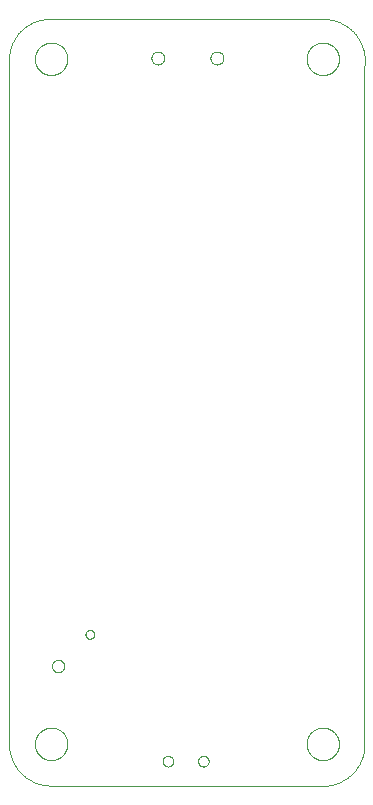
<source format=gko>
G75*
%MOIN*%
%OFA0B0*%
%FSLAX25Y25*%
%IPPOS*%
%LPD*%
%AMOC8*
5,1,8,0,0,1.08239X$1,22.5*
%
%ADD10C,0.00000*%
D10*
X0005979Y0022117D02*
X0005979Y0249617D01*
X0005983Y0249943D01*
X0005995Y0250269D01*
X0006014Y0250595D01*
X0006042Y0250920D01*
X0006077Y0251244D01*
X0006121Y0251568D01*
X0006172Y0251890D01*
X0006231Y0252211D01*
X0006297Y0252530D01*
X0006371Y0252848D01*
X0006453Y0253164D01*
X0006543Y0253477D01*
X0006640Y0253789D01*
X0006744Y0254098D01*
X0006856Y0254404D01*
X0006976Y0254708D01*
X0007102Y0255008D01*
X0007236Y0255306D01*
X0007377Y0255600D01*
X0007525Y0255891D01*
X0007680Y0256178D01*
X0007842Y0256461D01*
X0008011Y0256740D01*
X0008187Y0257015D01*
X0008369Y0257286D01*
X0008557Y0257552D01*
X0008752Y0257814D01*
X0008953Y0258071D01*
X0009161Y0258322D01*
X0009374Y0258569D01*
X0009593Y0258811D01*
X0009818Y0259047D01*
X0010049Y0259278D01*
X0010285Y0259503D01*
X0010527Y0259722D01*
X0010774Y0259935D01*
X0011025Y0260143D01*
X0011282Y0260344D01*
X0011544Y0260539D01*
X0011810Y0260727D01*
X0012081Y0260909D01*
X0012356Y0261085D01*
X0012635Y0261254D01*
X0012918Y0261416D01*
X0013205Y0261571D01*
X0013496Y0261719D01*
X0013790Y0261860D01*
X0014088Y0261994D01*
X0014388Y0262120D01*
X0014692Y0262240D01*
X0014998Y0262352D01*
X0015307Y0262456D01*
X0015619Y0262553D01*
X0015932Y0262643D01*
X0016248Y0262725D01*
X0016566Y0262799D01*
X0016885Y0262865D01*
X0017206Y0262924D01*
X0017528Y0262975D01*
X0017852Y0263019D01*
X0018176Y0263054D01*
X0018501Y0263082D01*
X0018827Y0263101D01*
X0019153Y0263113D01*
X0019479Y0263117D01*
X0110979Y0263117D01*
X0105186Y0249837D02*
X0105188Y0249984D01*
X0105194Y0250130D01*
X0105204Y0250276D01*
X0105218Y0250422D01*
X0105236Y0250568D01*
X0105257Y0250713D01*
X0105283Y0250857D01*
X0105313Y0251001D01*
X0105346Y0251143D01*
X0105383Y0251285D01*
X0105424Y0251426D01*
X0105469Y0251565D01*
X0105518Y0251704D01*
X0105570Y0251841D01*
X0105627Y0251976D01*
X0105686Y0252110D01*
X0105750Y0252242D01*
X0105817Y0252372D01*
X0105887Y0252501D01*
X0105961Y0252628D01*
X0106038Y0252752D01*
X0106119Y0252875D01*
X0106203Y0252995D01*
X0106290Y0253113D01*
X0106380Y0253228D01*
X0106473Y0253341D01*
X0106570Y0253452D01*
X0106669Y0253560D01*
X0106771Y0253665D01*
X0106876Y0253767D01*
X0106984Y0253866D01*
X0107095Y0253963D01*
X0107208Y0254056D01*
X0107323Y0254146D01*
X0107441Y0254233D01*
X0107561Y0254317D01*
X0107684Y0254398D01*
X0107808Y0254475D01*
X0107935Y0254549D01*
X0108064Y0254619D01*
X0108194Y0254686D01*
X0108326Y0254750D01*
X0108460Y0254809D01*
X0108595Y0254866D01*
X0108732Y0254918D01*
X0108871Y0254967D01*
X0109010Y0255012D01*
X0109151Y0255053D01*
X0109293Y0255090D01*
X0109435Y0255123D01*
X0109579Y0255153D01*
X0109723Y0255179D01*
X0109868Y0255200D01*
X0110014Y0255218D01*
X0110160Y0255232D01*
X0110306Y0255242D01*
X0110452Y0255248D01*
X0110599Y0255250D01*
X0110746Y0255248D01*
X0110892Y0255242D01*
X0111038Y0255232D01*
X0111184Y0255218D01*
X0111330Y0255200D01*
X0111475Y0255179D01*
X0111619Y0255153D01*
X0111763Y0255123D01*
X0111905Y0255090D01*
X0112047Y0255053D01*
X0112188Y0255012D01*
X0112327Y0254967D01*
X0112466Y0254918D01*
X0112603Y0254866D01*
X0112738Y0254809D01*
X0112872Y0254750D01*
X0113004Y0254686D01*
X0113134Y0254619D01*
X0113263Y0254549D01*
X0113390Y0254475D01*
X0113514Y0254398D01*
X0113637Y0254317D01*
X0113757Y0254233D01*
X0113875Y0254146D01*
X0113990Y0254056D01*
X0114103Y0253963D01*
X0114214Y0253866D01*
X0114322Y0253767D01*
X0114427Y0253665D01*
X0114529Y0253560D01*
X0114628Y0253452D01*
X0114725Y0253341D01*
X0114818Y0253228D01*
X0114908Y0253113D01*
X0114995Y0252995D01*
X0115079Y0252875D01*
X0115160Y0252752D01*
X0115237Y0252628D01*
X0115311Y0252501D01*
X0115381Y0252372D01*
X0115448Y0252242D01*
X0115512Y0252110D01*
X0115571Y0251976D01*
X0115628Y0251841D01*
X0115680Y0251704D01*
X0115729Y0251565D01*
X0115774Y0251426D01*
X0115815Y0251285D01*
X0115852Y0251143D01*
X0115885Y0251001D01*
X0115915Y0250857D01*
X0115941Y0250713D01*
X0115962Y0250568D01*
X0115980Y0250422D01*
X0115994Y0250276D01*
X0116004Y0250130D01*
X0116010Y0249984D01*
X0116012Y0249837D01*
X0116010Y0249690D01*
X0116004Y0249544D01*
X0115994Y0249398D01*
X0115980Y0249252D01*
X0115962Y0249106D01*
X0115941Y0248961D01*
X0115915Y0248817D01*
X0115885Y0248673D01*
X0115852Y0248531D01*
X0115815Y0248389D01*
X0115774Y0248248D01*
X0115729Y0248109D01*
X0115680Y0247970D01*
X0115628Y0247833D01*
X0115571Y0247698D01*
X0115512Y0247564D01*
X0115448Y0247432D01*
X0115381Y0247302D01*
X0115311Y0247173D01*
X0115237Y0247046D01*
X0115160Y0246922D01*
X0115079Y0246799D01*
X0114995Y0246679D01*
X0114908Y0246561D01*
X0114818Y0246446D01*
X0114725Y0246333D01*
X0114628Y0246222D01*
X0114529Y0246114D01*
X0114427Y0246009D01*
X0114322Y0245907D01*
X0114214Y0245808D01*
X0114103Y0245711D01*
X0113990Y0245618D01*
X0113875Y0245528D01*
X0113757Y0245441D01*
X0113637Y0245357D01*
X0113514Y0245276D01*
X0113390Y0245199D01*
X0113263Y0245125D01*
X0113134Y0245055D01*
X0113004Y0244988D01*
X0112872Y0244924D01*
X0112738Y0244865D01*
X0112603Y0244808D01*
X0112466Y0244756D01*
X0112327Y0244707D01*
X0112188Y0244662D01*
X0112047Y0244621D01*
X0111905Y0244584D01*
X0111763Y0244551D01*
X0111619Y0244521D01*
X0111475Y0244495D01*
X0111330Y0244474D01*
X0111184Y0244456D01*
X0111038Y0244442D01*
X0110892Y0244432D01*
X0110746Y0244426D01*
X0110599Y0244424D01*
X0110452Y0244426D01*
X0110306Y0244432D01*
X0110160Y0244442D01*
X0110014Y0244456D01*
X0109868Y0244474D01*
X0109723Y0244495D01*
X0109579Y0244521D01*
X0109435Y0244551D01*
X0109293Y0244584D01*
X0109151Y0244621D01*
X0109010Y0244662D01*
X0108871Y0244707D01*
X0108732Y0244756D01*
X0108595Y0244808D01*
X0108460Y0244865D01*
X0108326Y0244924D01*
X0108194Y0244988D01*
X0108064Y0245055D01*
X0107935Y0245125D01*
X0107808Y0245199D01*
X0107684Y0245276D01*
X0107561Y0245357D01*
X0107441Y0245441D01*
X0107323Y0245528D01*
X0107208Y0245618D01*
X0107095Y0245711D01*
X0106984Y0245808D01*
X0106876Y0245907D01*
X0106771Y0246009D01*
X0106669Y0246114D01*
X0106570Y0246222D01*
X0106473Y0246333D01*
X0106380Y0246446D01*
X0106290Y0246561D01*
X0106203Y0246679D01*
X0106119Y0246799D01*
X0106038Y0246922D01*
X0105961Y0247046D01*
X0105887Y0247173D01*
X0105817Y0247302D01*
X0105750Y0247432D01*
X0105686Y0247564D01*
X0105627Y0247698D01*
X0105570Y0247833D01*
X0105518Y0247970D01*
X0105469Y0248109D01*
X0105424Y0248248D01*
X0105383Y0248389D01*
X0105346Y0248531D01*
X0105313Y0248673D01*
X0105283Y0248817D01*
X0105257Y0248961D01*
X0105236Y0249106D01*
X0105218Y0249252D01*
X0105204Y0249398D01*
X0105194Y0249544D01*
X0105188Y0249690D01*
X0105186Y0249837D01*
X0110978Y0263117D02*
X0111314Y0263108D01*
X0111650Y0263090D01*
X0111985Y0263065D01*
X0112319Y0263031D01*
X0112653Y0262990D01*
X0112985Y0262940D01*
X0113316Y0262882D01*
X0113645Y0262817D01*
X0113973Y0262743D01*
X0114299Y0262661D01*
X0114623Y0262571D01*
X0114944Y0262474D01*
X0115263Y0262368D01*
X0115580Y0262255D01*
X0115893Y0262135D01*
X0116204Y0262006D01*
X0116511Y0261870D01*
X0116815Y0261727D01*
X0117116Y0261577D01*
X0117412Y0261419D01*
X0117705Y0261254D01*
X0117993Y0261081D01*
X0118278Y0260902D01*
X0118557Y0260716D01*
X0118833Y0260524D01*
X0119103Y0260324D01*
X0119369Y0260118D01*
X0119629Y0259906D01*
X0119884Y0259687D01*
X0120134Y0259463D01*
X0120378Y0259232D01*
X0120617Y0258995D01*
X0120850Y0258753D01*
X0121076Y0258505D01*
X0121297Y0258252D01*
X0121512Y0257993D01*
X0121720Y0257729D01*
X0121921Y0257461D01*
X0122116Y0257187D01*
X0122305Y0256909D01*
X0122486Y0256626D01*
X0122661Y0256339D01*
X0122828Y0256047D01*
X0122988Y0255752D01*
X0123142Y0255453D01*
X0123287Y0255150D01*
X0123426Y0254844D01*
X0123557Y0254535D01*
X0123680Y0254222D01*
X0123796Y0253907D01*
X0123904Y0253589D01*
X0124004Y0253268D01*
X0124096Y0252945D01*
X0124181Y0252620D01*
X0124257Y0252292D01*
X0124326Y0251963D01*
X0124386Y0251633D01*
X0124439Y0251301D01*
X0124483Y0250968D01*
X0124519Y0250634D01*
X0124548Y0250299D01*
X0124568Y0249964D01*
X0124579Y0249628D01*
X0124583Y0249292D01*
X0124578Y0248956D01*
X0124566Y0248620D01*
X0124545Y0248285D01*
X0124516Y0247950D01*
X0124479Y0247616D01*
X0124479Y0247617D02*
X0124479Y0021617D01*
X0124482Y0021279D01*
X0124477Y0020940D01*
X0124463Y0020602D01*
X0124442Y0020264D01*
X0124412Y0019927D01*
X0124373Y0019591D01*
X0124327Y0019256D01*
X0124272Y0018922D01*
X0124210Y0018590D01*
X0124139Y0018259D01*
X0124060Y0017930D01*
X0123972Y0017603D01*
X0123877Y0017278D01*
X0123774Y0016956D01*
X0123664Y0016636D01*
X0123545Y0016319D01*
X0123419Y0016005D01*
X0123284Y0015695D01*
X0123143Y0015387D01*
X0122994Y0015083D01*
X0122837Y0014783D01*
X0122673Y0014487D01*
X0122502Y0014195D01*
X0122324Y0013908D01*
X0122139Y0013624D01*
X0121947Y0013346D01*
X0121748Y0013072D01*
X0121543Y0012803D01*
X0121331Y0012539D01*
X0121113Y0012281D01*
X0120888Y0012028D01*
X0120657Y0011780D01*
X0120421Y0011539D01*
X0120178Y0011303D01*
X0119930Y0011073D01*
X0119676Y0010849D01*
X0119416Y0010632D01*
X0119152Y0010421D01*
X0118882Y0010216D01*
X0118608Y0010018D01*
X0118328Y0009827D01*
X0118045Y0009643D01*
X0117756Y0009466D01*
X0117464Y0009296D01*
X0117167Y0009133D01*
X0116866Y0008978D01*
X0116562Y0008830D01*
X0116254Y0008690D01*
X0115943Y0008557D01*
X0115629Y0008431D01*
X0115312Y0008314D01*
X0114991Y0008204D01*
X0114669Y0008102D01*
X0114344Y0008008D01*
X0114016Y0007922D01*
X0113687Y0007845D01*
X0113356Y0007775D01*
X0113023Y0007713D01*
X0112689Y0007660D01*
X0112354Y0007614D01*
X0112017Y0007577D01*
X0111680Y0007549D01*
X0111343Y0007528D01*
X0111004Y0007516D01*
X0110666Y0007512D01*
X0110328Y0007516D01*
X0109990Y0007529D01*
X0109652Y0007550D01*
X0109315Y0007579D01*
X0108978Y0007617D01*
X0108979Y0007617D02*
X0020479Y0007617D01*
X0014635Y0021491D02*
X0014637Y0021638D01*
X0014643Y0021784D01*
X0014653Y0021930D01*
X0014667Y0022076D01*
X0014685Y0022222D01*
X0014706Y0022367D01*
X0014732Y0022511D01*
X0014762Y0022655D01*
X0014795Y0022797D01*
X0014832Y0022939D01*
X0014873Y0023080D01*
X0014918Y0023219D01*
X0014967Y0023358D01*
X0015019Y0023495D01*
X0015076Y0023630D01*
X0015135Y0023764D01*
X0015199Y0023896D01*
X0015266Y0024026D01*
X0015336Y0024155D01*
X0015410Y0024282D01*
X0015487Y0024406D01*
X0015568Y0024529D01*
X0015652Y0024649D01*
X0015739Y0024767D01*
X0015829Y0024882D01*
X0015922Y0024995D01*
X0016019Y0025106D01*
X0016118Y0025214D01*
X0016220Y0025319D01*
X0016325Y0025421D01*
X0016433Y0025520D01*
X0016544Y0025617D01*
X0016657Y0025710D01*
X0016772Y0025800D01*
X0016890Y0025887D01*
X0017010Y0025971D01*
X0017133Y0026052D01*
X0017257Y0026129D01*
X0017384Y0026203D01*
X0017513Y0026273D01*
X0017643Y0026340D01*
X0017775Y0026404D01*
X0017909Y0026463D01*
X0018044Y0026520D01*
X0018181Y0026572D01*
X0018320Y0026621D01*
X0018459Y0026666D01*
X0018600Y0026707D01*
X0018742Y0026744D01*
X0018884Y0026777D01*
X0019028Y0026807D01*
X0019172Y0026833D01*
X0019317Y0026854D01*
X0019463Y0026872D01*
X0019609Y0026886D01*
X0019755Y0026896D01*
X0019901Y0026902D01*
X0020048Y0026904D01*
X0020195Y0026902D01*
X0020341Y0026896D01*
X0020487Y0026886D01*
X0020633Y0026872D01*
X0020779Y0026854D01*
X0020924Y0026833D01*
X0021068Y0026807D01*
X0021212Y0026777D01*
X0021354Y0026744D01*
X0021496Y0026707D01*
X0021637Y0026666D01*
X0021776Y0026621D01*
X0021915Y0026572D01*
X0022052Y0026520D01*
X0022187Y0026463D01*
X0022321Y0026404D01*
X0022453Y0026340D01*
X0022583Y0026273D01*
X0022712Y0026203D01*
X0022839Y0026129D01*
X0022963Y0026052D01*
X0023086Y0025971D01*
X0023206Y0025887D01*
X0023324Y0025800D01*
X0023439Y0025710D01*
X0023552Y0025617D01*
X0023663Y0025520D01*
X0023771Y0025421D01*
X0023876Y0025319D01*
X0023978Y0025214D01*
X0024077Y0025106D01*
X0024174Y0024995D01*
X0024267Y0024882D01*
X0024357Y0024767D01*
X0024444Y0024649D01*
X0024528Y0024529D01*
X0024609Y0024406D01*
X0024686Y0024282D01*
X0024760Y0024155D01*
X0024830Y0024026D01*
X0024897Y0023896D01*
X0024961Y0023764D01*
X0025020Y0023630D01*
X0025077Y0023495D01*
X0025129Y0023358D01*
X0025178Y0023219D01*
X0025223Y0023080D01*
X0025264Y0022939D01*
X0025301Y0022797D01*
X0025334Y0022655D01*
X0025364Y0022511D01*
X0025390Y0022367D01*
X0025411Y0022222D01*
X0025429Y0022076D01*
X0025443Y0021930D01*
X0025453Y0021784D01*
X0025459Y0021638D01*
X0025461Y0021491D01*
X0025459Y0021344D01*
X0025453Y0021198D01*
X0025443Y0021052D01*
X0025429Y0020906D01*
X0025411Y0020760D01*
X0025390Y0020615D01*
X0025364Y0020471D01*
X0025334Y0020327D01*
X0025301Y0020185D01*
X0025264Y0020043D01*
X0025223Y0019902D01*
X0025178Y0019763D01*
X0025129Y0019624D01*
X0025077Y0019487D01*
X0025020Y0019352D01*
X0024961Y0019218D01*
X0024897Y0019086D01*
X0024830Y0018956D01*
X0024760Y0018827D01*
X0024686Y0018700D01*
X0024609Y0018576D01*
X0024528Y0018453D01*
X0024444Y0018333D01*
X0024357Y0018215D01*
X0024267Y0018100D01*
X0024174Y0017987D01*
X0024077Y0017876D01*
X0023978Y0017768D01*
X0023876Y0017663D01*
X0023771Y0017561D01*
X0023663Y0017462D01*
X0023552Y0017365D01*
X0023439Y0017272D01*
X0023324Y0017182D01*
X0023206Y0017095D01*
X0023086Y0017011D01*
X0022963Y0016930D01*
X0022839Y0016853D01*
X0022712Y0016779D01*
X0022583Y0016709D01*
X0022453Y0016642D01*
X0022321Y0016578D01*
X0022187Y0016519D01*
X0022052Y0016462D01*
X0021915Y0016410D01*
X0021776Y0016361D01*
X0021637Y0016316D01*
X0021496Y0016275D01*
X0021354Y0016238D01*
X0021212Y0016205D01*
X0021068Y0016175D01*
X0020924Y0016149D01*
X0020779Y0016128D01*
X0020633Y0016110D01*
X0020487Y0016096D01*
X0020341Y0016086D01*
X0020195Y0016080D01*
X0020048Y0016078D01*
X0019901Y0016080D01*
X0019755Y0016086D01*
X0019609Y0016096D01*
X0019463Y0016110D01*
X0019317Y0016128D01*
X0019172Y0016149D01*
X0019028Y0016175D01*
X0018884Y0016205D01*
X0018742Y0016238D01*
X0018600Y0016275D01*
X0018459Y0016316D01*
X0018320Y0016361D01*
X0018181Y0016410D01*
X0018044Y0016462D01*
X0017909Y0016519D01*
X0017775Y0016578D01*
X0017643Y0016642D01*
X0017513Y0016709D01*
X0017384Y0016779D01*
X0017257Y0016853D01*
X0017133Y0016930D01*
X0017010Y0017011D01*
X0016890Y0017095D01*
X0016772Y0017182D01*
X0016657Y0017272D01*
X0016544Y0017365D01*
X0016433Y0017462D01*
X0016325Y0017561D01*
X0016220Y0017663D01*
X0016118Y0017768D01*
X0016019Y0017876D01*
X0015922Y0017987D01*
X0015829Y0018100D01*
X0015739Y0018215D01*
X0015652Y0018333D01*
X0015568Y0018453D01*
X0015487Y0018576D01*
X0015410Y0018700D01*
X0015336Y0018827D01*
X0015266Y0018956D01*
X0015199Y0019086D01*
X0015135Y0019218D01*
X0015076Y0019352D01*
X0015019Y0019487D01*
X0014967Y0019624D01*
X0014918Y0019763D01*
X0014873Y0019902D01*
X0014832Y0020043D01*
X0014795Y0020185D01*
X0014762Y0020327D01*
X0014732Y0020471D01*
X0014706Y0020615D01*
X0014685Y0020760D01*
X0014667Y0020906D01*
X0014653Y0021052D01*
X0014643Y0021198D01*
X0014637Y0021344D01*
X0014635Y0021491D01*
X0005979Y0022117D02*
X0005971Y0021774D01*
X0005971Y0021430D01*
X0005980Y0021087D01*
X0005997Y0020744D01*
X0006023Y0020402D01*
X0006057Y0020060D01*
X0006099Y0019719D01*
X0006150Y0019380D01*
X0006209Y0019042D01*
X0006276Y0018705D01*
X0006352Y0018370D01*
X0006435Y0018037D01*
X0006527Y0017706D01*
X0006627Y0017378D01*
X0006735Y0017052D01*
X0006851Y0016728D01*
X0006974Y0016408D01*
X0007106Y0016091D01*
X0007245Y0015777D01*
X0007392Y0015467D01*
X0007547Y0015160D01*
X0007709Y0014857D01*
X0007878Y0014559D01*
X0008055Y0014264D01*
X0008238Y0013974D01*
X0008429Y0013689D01*
X0008627Y0013408D01*
X0008832Y0013132D01*
X0009043Y0012862D01*
X0009261Y0012596D01*
X0009485Y0012336D01*
X0009716Y0012082D01*
X0009952Y0011833D01*
X0010195Y0011590D01*
X0010444Y0011354D01*
X0010698Y0011123D01*
X0010958Y0010899D01*
X0011224Y0010681D01*
X0011494Y0010470D01*
X0011770Y0010265D01*
X0012051Y0010067D01*
X0012336Y0009876D01*
X0012626Y0009693D01*
X0012921Y0009516D01*
X0013219Y0009347D01*
X0013522Y0009185D01*
X0013829Y0009030D01*
X0014139Y0008883D01*
X0014453Y0008744D01*
X0014770Y0008612D01*
X0015090Y0008489D01*
X0015414Y0008373D01*
X0015740Y0008265D01*
X0016068Y0008165D01*
X0016399Y0008073D01*
X0016732Y0007990D01*
X0017067Y0007914D01*
X0017404Y0007847D01*
X0017742Y0007788D01*
X0018081Y0007737D01*
X0018422Y0007695D01*
X0018764Y0007661D01*
X0019106Y0007635D01*
X0019449Y0007618D01*
X0019792Y0007609D01*
X0020136Y0007609D01*
X0020479Y0007617D01*
X0020322Y0047427D02*
X0020324Y0047518D01*
X0020330Y0047608D01*
X0020340Y0047699D01*
X0020354Y0047788D01*
X0020372Y0047877D01*
X0020393Y0047966D01*
X0020419Y0048053D01*
X0020448Y0048139D01*
X0020482Y0048223D01*
X0020518Y0048306D01*
X0020559Y0048388D01*
X0020603Y0048467D01*
X0020650Y0048545D01*
X0020701Y0048620D01*
X0020755Y0048693D01*
X0020812Y0048763D01*
X0020872Y0048831D01*
X0020935Y0048897D01*
X0021001Y0048959D01*
X0021070Y0049018D01*
X0021141Y0049075D01*
X0021215Y0049128D01*
X0021291Y0049178D01*
X0021369Y0049225D01*
X0021449Y0049268D01*
X0021530Y0049307D01*
X0021614Y0049343D01*
X0021699Y0049375D01*
X0021785Y0049404D01*
X0021872Y0049428D01*
X0021961Y0049449D01*
X0022050Y0049466D01*
X0022140Y0049479D01*
X0022230Y0049488D01*
X0022321Y0049493D01*
X0022412Y0049494D01*
X0022502Y0049491D01*
X0022593Y0049484D01*
X0022683Y0049473D01*
X0022773Y0049458D01*
X0022862Y0049439D01*
X0022950Y0049417D01*
X0023036Y0049390D01*
X0023122Y0049360D01*
X0023206Y0049326D01*
X0023289Y0049288D01*
X0023370Y0049247D01*
X0023449Y0049202D01*
X0023526Y0049153D01*
X0023600Y0049102D01*
X0023673Y0049047D01*
X0023743Y0048989D01*
X0023810Y0048928D01*
X0023874Y0048864D01*
X0023936Y0048798D01*
X0023995Y0048728D01*
X0024050Y0048657D01*
X0024103Y0048582D01*
X0024152Y0048506D01*
X0024198Y0048428D01*
X0024240Y0048347D01*
X0024279Y0048265D01*
X0024314Y0048181D01*
X0024345Y0048096D01*
X0024372Y0048009D01*
X0024396Y0047922D01*
X0024416Y0047833D01*
X0024432Y0047744D01*
X0024444Y0047654D01*
X0024452Y0047563D01*
X0024456Y0047472D01*
X0024456Y0047382D01*
X0024452Y0047291D01*
X0024444Y0047200D01*
X0024432Y0047110D01*
X0024416Y0047021D01*
X0024396Y0046932D01*
X0024372Y0046845D01*
X0024345Y0046758D01*
X0024314Y0046673D01*
X0024279Y0046589D01*
X0024240Y0046507D01*
X0024198Y0046426D01*
X0024152Y0046348D01*
X0024103Y0046272D01*
X0024050Y0046197D01*
X0023995Y0046126D01*
X0023936Y0046056D01*
X0023874Y0045990D01*
X0023810Y0045926D01*
X0023743Y0045865D01*
X0023673Y0045807D01*
X0023600Y0045752D01*
X0023526Y0045701D01*
X0023449Y0045652D01*
X0023370Y0045607D01*
X0023289Y0045566D01*
X0023206Y0045528D01*
X0023122Y0045494D01*
X0023036Y0045464D01*
X0022950Y0045437D01*
X0022862Y0045415D01*
X0022773Y0045396D01*
X0022683Y0045381D01*
X0022593Y0045370D01*
X0022502Y0045363D01*
X0022412Y0045360D01*
X0022321Y0045361D01*
X0022230Y0045366D01*
X0022140Y0045375D01*
X0022050Y0045388D01*
X0021961Y0045405D01*
X0021872Y0045426D01*
X0021785Y0045450D01*
X0021699Y0045479D01*
X0021614Y0045511D01*
X0021530Y0045547D01*
X0021449Y0045586D01*
X0021369Y0045629D01*
X0021291Y0045676D01*
X0021215Y0045726D01*
X0021141Y0045779D01*
X0021070Y0045836D01*
X0021001Y0045895D01*
X0020935Y0045957D01*
X0020872Y0046023D01*
X0020812Y0046091D01*
X0020755Y0046161D01*
X0020701Y0046234D01*
X0020650Y0046309D01*
X0020603Y0046387D01*
X0020559Y0046466D01*
X0020518Y0046548D01*
X0020482Y0046631D01*
X0020448Y0046715D01*
X0020419Y0046801D01*
X0020393Y0046888D01*
X0020372Y0046977D01*
X0020354Y0047066D01*
X0020340Y0047155D01*
X0020330Y0047246D01*
X0020324Y0047336D01*
X0020322Y0047427D01*
X0031492Y0058006D02*
X0031494Y0058083D01*
X0031500Y0058159D01*
X0031510Y0058235D01*
X0031524Y0058310D01*
X0031541Y0058385D01*
X0031563Y0058458D01*
X0031588Y0058531D01*
X0031618Y0058602D01*
X0031650Y0058671D01*
X0031687Y0058738D01*
X0031726Y0058804D01*
X0031769Y0058867D01*
X0031816Y0058928D01*
X0031865Y0058987D01*
X0031918Y0059043D01*
X0031973Y0059096D01*
X0032031Y0059146D01*
X0032091Y0059193D01*
X0032154Y0059237D01*
X0032219Y0059278D01*
X0032286Y0059315D01*
X0032355Y0059349D01*
X0032425Y0059379D01*
X0032497Y0059405D01*
X0032571Y0059427D01*
X0032645Y0059446D01*
X0032720Y0059461D01*
X0032796Y0059472D01*
X0032872Y0059479D01*
X0032949Y0059482D01*
X0033025Y0059481D01*
X0033102Y0059476D01*
X0033178Y0059467D01*
X0033254Y0059454D01*
X0033328Y0059437D01*
X0033402Y0059417D01*
X0033475Y0059392D01*
X0033546Y0059364D01*
X0033616Y0059332D01*
X0033684Y0059297D01*
X0033750Y0059258D01*
X0033814Y0059216D01*
X0033875Y0059170D01*
X0033935Y0059121D01*
X0033991Y0059070D01*
X0034045Y0059015D01*
X0034096Y0058958D01*
X0034144Y0058898D01*
X0034189Y0058836D01*
X0034230Y0058771D01*
X0034268Y0058705D01*
X0034303Y0058637D01*
X0034333Y0058566D01*
X0034361Y0058495D01*
X0034384Y0058422D01*
X0034404Y0058348D01*
X0034420Y0058273D01*
X0034432Y0058197D01*
X0034440Y0058121D01*
X0034444Y0058044D01*
X0034444Y0057968D01*
X0034440Y0057891D01*
X0034432Y0057815D01*
X0034420Y0057739D01*
X0034404Y0057664D01*
X0034384Y0057590D01*
X0034361Y0057517D01*
X0034333Y0057446D01*
X0034303Y0057375D01*
X0034268Y0057307D01*
X0034230Y0057241D01*
X0034189Y0057176D01*
X0034144Y0057114D01*
X0034096Y0057054D01*
X0034045Y0056997D01*
X0033991Y0056942D01*
X0033935Y0056891D01*
X0033875Y0056842D01*
X0033814Y0056796D01*
X0033750Y0056754D01*
X0033684Y0056715D01*
X0033616Y0056680D01*
X0033546Y0056648D01*
X0033475Y0056620D01*
X0033402Y0056595D01*
X0033328Y0056575D01*
X0033254Y0056558D01*
X0033178Y0056545D01*
X0033102Y0056536D01*
X0033025Y0056531D01*
X0032949Y0056530D01*
X0032872Y0056533D01*
X0032796Y0056540D01*
X0032720Y0056551D01*
X0032645Y0056566D01*
X0032571Y0056585D01*
X0032497Y0056607D01*
X0032425Y0056633D01*
X0032355Y0056663D01*
X0032286Y0056697D01*
X0032219Y0056734D01*
X0032154Y0056775D01*
X0032091Y0056819D01*
X0032031Y0056866D01*
X0031973Y0056916D01*
X0031918Y0056969D01*
X0031865Y0057025D01*
X0031816Y0057084D01*
X0031769Y0057145D01*
X0031726Y0057208D01*
X0031687Y0057274D01*
X0031650Y0057341D01*
X0031618Y0057410D01*
X0031588Y0057481D01*
X0031563Y0057554D01*
X0031541Y0057627D01*
X0031524Y0057702D01*
X0031510Y0057777D01*
X0031500Y0057853D01*
X0031494Y0057929D01*
X0031492Y0058006D01*
X0057201Y0015717D02*
X0057203Y0015801D01*
X0057209Y0015884D01*
X0057219Y0015967D01*
X0057233Y0016050D01*
X0057250Y0016132D01*
X0057272Y0016213D01*
X0057297Y0016292D01*
X0057326Y0016371D01*
X0057359Y0016448D01*
X0057395Y0016523D01*
X0057435Y0016597D01*
X0057478Y0016669D01*
X0057525Y0016738D01*
X0057575Y0016805D01*
X0057628Y0016870D01*
X0057684Y0016932D01*
X0057742Y0016992D01*
X0057804Y0017049D01*
X0057868Y0017102D01*
X0057935Y0017153D01*
X0058004Y0017200D01*
X0058075Y0017245D01*
X0058148Y0017285D01*
X0058223Y0017322D01*
X0058300Y0017356D01*
X0058378Y0017386D01*
X0058457Y0017412D01*
X0058538Y0017435D01*
X0058620Y0017453D01*
X0058702Y0017468D01*
X0058785Y0017479D01*
X0058868Y0017486D01*
X0058952Y0017489D01*
X0059036Y0017488D01*
X0059119Y0017483D01*
X0059203Y0017474D01*
X0059285Y0017461D01*
X0059367Y0017445D01*
X0059448Y0017424D01*
X0059529Y0017400D01*
X0059607Y0017372D01*
X0059685Y0017340D01*
X0059761Y0017304D01*
X0059835Y0017265D01*
X0059907Y0017223D01*
X0059977Y0017177D01*
X0060045Y0017128D01*
X0060110Y0017076D01*
X0060173Y0017021D01*
X0060233Y0016963D01*
X0060291Y0016902D01*
X0060345Y0016838D01*
X0060397Y0016772D01*
X0060445Y0016704D01*
X0060490Y0016633D01*
X0060531Y0016560D01*
X0060570Y0016486D01*
X0060604Y0016410D01*
X0060635Y0016332D01*
X0060662Y0016253D01*
X0060686Y0016172D01*
X0060705Y0016091D01*
X0060721Y0016009D01*
X0060733Y0015926D01*
X0060741Y0015842D01*
X0060745Y0015759D01*
X0060745Y0015675D01*
X0060741Y0015592D01*
X0060733Y0015508D01*
X0060721Y0015425D01*
X0060705Y0015343D01*
X0060686Y0015262D01*
X0060662Y0015181D01*
X0060635Y0015102D01*
X0060604Y0015024D01*
X0060570Y0014948D01*
X0060531Y0014874D01*
X0060490Y0014801D01*
X0060445Y0014730D01*
X0060397Y0014662D01*
X0060345Y0014596D01*
X0060291Y0014532D01*
X0060233Y0014471D01*
X0060173Y0014413D01*
X0060110Y0014358D01*
X0060045Y0014306D01*
X0059977Y0014257D01*
X0059907Y0014211D01*
X0059835Y0014169D01*
X0059761Y0014130D01*
X0059685Y0014094D01*
X0059607Y0014062D01*
X0059529Y0014034D01*
X0059448Y0014010D01*
X0059367Y0013989D01*
X0059285Y0013973D01*
X0059203Y0013960D01*
X0059119Y0013951D01*
X0059036Y0013946D01*
X0058952Y0013945D01*
X0058868Y0013948D01*
X0058785Y0013955D01*
X0058702Y0013966D01*
X0058620Y0013981D01*
X0058538Y0013999D01*
X0058457Y0014022D01*
X0058378Y0014048D01*
X0058300Y0014078D01*
X0058223Y0014112D01*
X0058148Y0014149D01*
X0058075Y0014189D01*
X0058004Y0014234D01*
X0057935Y0014281D01*
X0057868Y0014332D01*
X0057804Y0014385D01*
X0057742Y0014442D01*
X0057684Y0014502D01*
X0057628Y0014564D01*
X0057575Y0014629D01*
X0057525Y0014696D01*
X0057478Y0014765D01*
X0057435Y0014837D01*
X0057395Y0014911D01*
X0057359Y0014986D01*
X0057326Y0015063D01*
X0057297Y0015142D01*
X0057272Y0015221D01*
X0057250Y0015302D01*
X0057233Y0015384D01*
X0057219Y0015467D01*
X0057209Y0015550D01*
X0057203Y0015633D01*
X0057201Y0015717D01*
X0069012Y0015717D02*
X0069014Y0015801D01*
X0069020Y0015884D01*
X0069030Y0015967D01*
X0069044Y0016050D01*
X0069061Y0016132D01*
X0069083Y0016213D01*
X0069108Y0016292D01*
X0069137Y0016371D01*
X0069170Y0016448D01*
X0069206Y0016523D01*
X0069246Y0016597D01*
X0069289Y0016669D01*
X0069336Y0016738D01*
X0069386Y0016805D01*
X0069439Y0016870D01*
X0069495Y0016932D01*
X0069553Y0016992D01*
X0069615Y0017049D01*
X0069679Y0017102D01*
X0069746Y0017153D01*
X0069815Y0017200D01*
X0069886Y0017245D01*
X0069959Y0017285D01*
X0070034Y0017322D01*
X0070111Y0017356D01*
X0070189Y0017386D01*
X0070268Y0017412D01*
X0070349Y0017435D01*
X0070431Y0017453D01*
X0070513Y0017468D01*
X0070596Y0017479D01*
X0070679Y0017486D01*
X0070763Y0017489D01*
X0070847Y0017488D01*
X0070930Y0017483D01*
X0071014Y0017474D01*
X0071096Y0017461D01*
X0071178Y0017445D01*
X0071259Y0017424D01*
X0071340Y0017400D01*
X0071418Y0017372D01*
X0071496Y0017340D01*
X0071572Y0017304D01*
X0071646Y0017265D01*
X0071718Y0017223D01*
X0071788Y0017177D01*
X0071856Y0017128D01*
X0071921Y0017076D01*
X0071984Y0017021D01*
X0072044Y0016963D01*
X0072102Y0016902D01*
X0072156Y0016838D01*
X0072208Y0016772D01*
X0072256Y0016704D01*
X0072301Y0016633D01*
X0072342Y0016560D01*
X0072381Y0016486D01*
X0072415Y0016410D01*
X0072446Y0016332D01*
X0072473Y0016253D01*
X0072497Y0016172D01*
X0072516Y0016091D01*
X0072532Y0016009D01*
X0072544Y0015926D01*
X0072552Y0015842D01*
X0072556Y0015759D01*
X0072556Y0015675D01*
X0072552Y0015592D01*
X0072544Y0015508D01*
X0072532Y0015425D01*
X0072516Y0015343D01*
X0072497Y0015262D01*
X0072473Y0015181D01*
X0072446Y0015102D01*
X0072415Y0015024D01*
X0072381Y0014948D01*
X0072342Y0014874D01*
X0072301Y0014801D01*
X0072256Y0014730D01*
X0072208Y0014662D01*
X0072156Y0014596D01*
X0072102Y0014532D01*
X0072044Y0014471D01*
X0071984Y0014413D01*
X0071921Y0014358D01*
X0071856Y0014306D01*
X0071788Y0014257D01*
X0071718Y0014211D01*
X0071646Y0014169D01*
X0071572Y0014130D01*
X0071496Y0014094D01*
X0071418Y0014062D01*
X0071340Y0014034D01*
X0071259Y0014010D01*
X0071178Y0013989D01*
X0071096Y0013973D01*
X0071014Y0013960D01*
X0070930Y0013951D01*
X0070847Y0013946D01*
X0070763Y0013945D01*
X0070679Y0013948D01*
X0070596Y0013955D01*
X0070513Y0013966D01*
X0070431Y0013981D01*
X0070349Y0013999D01*
X0070268Y0014022D01*
X0070189Y0014048D01*
X0070111Y0014078D01*
X0070034Y0014112D01*
X0069959Y0014149D01*
X0069886Y0014189D01*
X0069815Y0014234D01*
X0069746Y0014281D01*
X0069679Y0014332D01*
X0069615Y0014385D01*
X0069553Y0014442D01*
X0069495Y0014502D01*
X0069439Y0014564D01*
X0069386Y0014629D01*
X0069336Y0014696D01*
X0069289Y0014765D01*
X0069246Y0014837D01*
X0069206Y0014911D01*
X0069170Y0014986D01*
X0069137Y0015063D01*
X0069108Y0015142D01*
X0069083Y0015221D01*
X0069061Y0015302D01*
X0069044Y0015384D01*
X0069030Y0015467D01*
X0069020Y0015550D01*
X0069014Y0015633D01*
X0069012Y0015717D01*
X0105186Y0021491D02*
X0105188Y0021638D01*
X0105194Y0021784D01*
X0105204Y0021930D01*
X0105218Y0022076D01*
X0105236Y0022222D01*
X0105257Y0022367D01*
X0105283Y0022511D01*
X0105313Y0022655D01*
X0105346Y0022797D01*
X0105383Y0022939D01*
X0105424Y0023080D01*
X0105469Y0023219D01*
X0105518Y0023358D01*
X0105570Y0023495D01*
X0105627Y0023630D01*
X0105686Y0023764D01*
X0105750Y0023896D01*
X0105817Y0024026D01*
X0105887Y0024155D01*
X0105961Y0024282D01*
X0106038Y0024406D01*
X0106119Y0024529D01*
X0106203Y0024649D01*
X0106290Y0024767D01*
X0106380Y0024882D01*
X0106473Y0024995D01*
X0106570Y0025106D01*
X0106669Y0025214D01*
X0106771Y0025319D01*
X0106876Y0025421D01*
X0106984Y0025520D01*
X0107095Y0025617D01*
X0107208Y0025710D01*
X0107323Y0025800D01*
X0107441Y0025887D01*
X0107561Y0025971D01*
X0107684Y0026052D01*
X0107808Y0026129D01*
X0107935Y0026203D01*
X0108064Y0026273D01*
X0108194Y0026340D01*
X0108326Y0026404D01*
X0108460Y0026463D01*
X0108595Y0026520D01*
X0108732Y0026572D01*
X0108871Y0026621D01*
X0109010Y0026666D01*
X0109151Y0026707D01*
X0109293Y0026744D01*
X0109435Y0026777D01*
X0109579Y0026807D01*
X0109723Y0026833D01*
X0109868Y0026854D01*
X0110014Y0026872D01*
X0110160Y0026886D01*
X0110306Y0026896D01*
X0110452Y0026902D01*
X0110599Y0026904D01*
X0110746Y0026902D01*
X0110892Y0026896D01*
X0111038Y0026886D01*
X0111184Y0026872D01*
X0111330Y0026854D01*
X0111475Y0026833D01*
X0111619Y0026807D01*
X0111763Y0026777D01*
X0111905Y0026744D01*
X0112047Y0026707D01*
X0112188Y0026666D01*
X0112327Y0026621D01*
X0112466Y0026572D01*
X0112603Y0026520D01*
X0112738Y0026463D01*
X0112872Y0026404D01*
X0113004Y0026340D01*
X0113134Y0026273D01*
X0113263Y0026203D01*
X0113390Y0026129D01*
X0113514Y0026052D01*
X0113637Y0025971D01*
X0113757Y0025887D01*
X0113875Y0025800D01*
X0113990Y0025710D01*
X0114103Y0025617D01*
X0114214Y0025520D01*
X0114322Y0025421D01*
X0114427Y0025319D01*
X0114529Y0025214D01*
X0114628Y0025106D01*
X0114725Y0024995D01*
X0114818Y0024882D01*
X0114908Y0024767D01*
X0114995Y0024649D01*
X0115079Y0024529D01*
X0115160Y0024406D01*
X0115237Y0024282D01*
X0115311Y0024155D01*
X0115381Y0024026D01*
X0115448Y0023896D01*
X0115512Y0023764D01*
X0115571Y0023630D01*
X0115628Y0023495D01*
X0115680Y0023358D01*
X0115729Y0023219D01*
X0115774Y0023080D01*
X0115815Y0022939D01*
X0115852Y0022797D01*
X0115885Y0022655D01*
X0115915Y0022511D01*
X0115941Y0022367D01*
X0115962Y0022222D01*
X0115980Y0022076D01*
X0115994Y0021930D01*
X0116004Y0021784D01*
X0116010Y0021638D01*
X0116012Y0021491D01*
X0116010Y0021344D01*
X0116004Y0021198D01*
X0115994Y0021052D01*
X0115980Y0020906D01*
X0115962Y0020760D01*
X0115941Y0020615D01*
X0115915Y0020471D01*
X0115885Y0020327D01*
X0115852Y0020185D01*
X0115815Y0020043D01*
X0115774Y0019902D01*
X0115729Y0019763D01*
X0115680Y0019624D01*
X0115628Y0019487D01*
X0115571Y0019352D01*
X0115512Y0019218D01*
X0115448Y0019086D01*
X0115381Y0018956D01*
X0115311Y0018827D01*
X0115237Y0018700D01*
X0115160Y0018576D01*
X0115079Y0018453D01*
X0114995Y0018333D01*
X0114908Y0018215D01*
X0114818Y0018100D01*
X0114725Y0017987D01*
X0114628Y0017876D01*
X0114529Y0017768D01*
X0114427Y0017663D01*
X0114322Y0017561D01*
X0114214Y0017462D01*
X0114103Y0017365D01*
X0113990Y0017272D01*
X0113875Y0017182D01*
X0113757Y0017095D01*
X0113637Y0017011D01*
X0113514Y0016930D01*
X0113390Y0016853D01*
X0113263Y0016779D01*
X0113134Y0016709D01*
X0113004Y0016642D01*
X0112872Y0016578D01*
X0112738Y0016519D01*
X0112603Y0016462D01*
X0112466Y0016410D01*
X0112327Y0016361D01*
X0112188Y0016316D01*
X0112047Y0016275D01*
X0111905Y0016238D01*
X0111763Y0016205D01*
X0111619Y0016175D01*
X0111475Y0016149D01*
X0111330Y0016128D01*
X0111184Y0016110D01*
X0111038Y0016096D01*
X0110892Y0016086D01*
X0110746Y0016080D01*
X0110599Y0016078D01*
X0110452Y0016080D01*
X0110306Y0016086D01*
X0110160Y0016096D01*
X0110014Y0016110D01*
X0109868Y0016128D01*
X0109723Y0016149D01*
X0109579Y0016175D01*
X0109435Y0016205D01*
X0109293Y0016238D01*
X0109151Y0016275D01*
X0109010Y0016316D01*
X0108871Y0016361D01*
X0108732Y0016410D01*
X0108595Y0016462D01*
X0108460Y0016519D01*
X0108326Y0016578D01*
X0108194Y0016642D01*
X0108064Y0016709D01*
X0107935Y0016779D01*
X0107808Y0016853D01*
X0107684Y0016930D01*
X0107561Y0017011D01*
X0107441Y0017095D01*
X0107323Y0017182D01*
X0107208Y0017272D01*
X0107095Y0017365D01*
X0106984Y0017462D01*
X0106876Y0017561D01*
X0106771Y0017663D01*
X0106669Y0017768D01*
X0106570Y0017876D01*
X0106473Y0017987D01*
X0106380Y0018100D01*
X0106290Y0018215D01*
X0106203Y0018333D01*
X0106119Y0018453D01*
X0106038Y0018576D01*
X0105961Y0018700D01*
X0105887Y0018827D01*
X0105817Y0018956D01*
X0105750Y0019086D01*
X0105686Y0019218D01*
X0105627Y0019352D01*
X0105570Y0019487D01*
X0105518Y0019624D01*
X0105469Y0019763D01*
X0105424Y0019902D01*
X0105383Y0020043D01*
X0105346Y0020185D01*
X0105313Y0020327D01*
X0105283Y0020471D01*
X0105257Y0020615D01*
X0105236Y0020760D01*
X0105218Y0020906D01*
X0105204Y0021052D01*
X0105194Y0021198D01*
X0105188Y0021344D01*
X0105186Y0021491D01*
X0073156Y0250117D02*
X0073158Y0250210D01*
X0073164Y0250302D01*
X0073174Y0250394D01*
X0073188Y0250485D01*
X0073205Y0250576D01*
X0073227Y0250666D01*
X0073252Y0250755D01*
X0073281Y0250843D01*
X0073314Y0250929D01*
X0073351Y0251014D01*
X0073391Y0251098D01*
X0073435Y0251179D01*
X0073482Y0251259D01*
X0073532Y0251337D01*
X0073586Y0251412D01*
X0073643Y0251485D01*
X0073703Y0251555D01*
X0073766Y0251623D01*
X0073832Y0251688D01*
X0073900Y0251750D01*
X0073971Y0251810D01*
X0074045Y0251866D01*
X0074121Y0251919D01*
X0074199Y0251968D01*
X0074279Y0252015D01*
X0074361Y0252057D01*
X0074445Y0252097D01*
X0074530Y0252132D01*
X0074617Y0252164D01*
X0074705Y0252193D01*
X0074794Y0252217D01*
X0074884Y0252238D01*
X0074975Y0252254D01*
X0075067Y0252267D01*
X0075159Y0252276D01*
X0075252Y0252281D01*
X0075344Y0252282D01*
X0075437Y0252279D01*
X0075529Y0252272D01*
X0075621Y0252261D01*
X0075712Y0252246D01*
X0075803Y0252228D01*
X0075893Y0252205D01*
X0075981Y0252179D01*
X0076069Y0252149D01*
X0076155Y0252115D01*
X0076239Y0252078D01*
X0076322Y0252036D01*
X0076403Y0251992D01*
X0076483Y0251944D01*
X0076560Y0251893D01*
X0076634Y0251838D01*
X0076707Y0251780D01*
X0076777Y0251720D01*
X0076844Y0251656D01*
X0076908Y0251590D01*
X0076970Y0251520D01*
X0077028Y0251449D01*
X0077083Y0251375D01*
X0077135Y0251298D01*
X0077184Y0251219D01*
X0077230Y0251139D01*
X0077272Y0251056D01*
X0077310Y0250972D01*
X0077345Y0250886D01*
X0077376Y0250799D01*
X0077403Y0250711D01*
X0077426Y0250621D01*
X0077446Y0250531D01*
X0077462Y0250440D01*
X0077474Y0250348D01*
X0077482Y0250256D01*
X0077486Y0250163D01*
X0077486Y0250071D01*
X0077482Y0249978D01*
X0077474Y0249886D01*
X0077462Y0249794D01*
X0077446Y0249703D01*
X0077426Y0249613D01*
X0077403Y0249523D01*
X0077376Y0249435D01*
X0077345Y0249348D01*
X0077310Y0249262D01*
X0077272Y0249178D01*
X0077230Y0249095D01*
X0077184Y0249015D01*
X0077135Y0248936D01*
X0077083Y0248859D01*
X0077028Y0248785D01*
X0076970Y0248714D01*
X0076908Y0248644D01*
X0076844Y0248578D01*
X0076777Y0248514D01*
X0076707Y0248454D01*
X0076634Y0248396D01*
X0076560Y0248341D01*
X0076483Y0248290D01*
X0076404Y0248242D01*
X0076322Y0248198D01*
X0076239Y0248156D01*
X0076155Y0248119D01*
X0076069Y0248085D01*
X0075981Y0248055D01*
X0075893Y0248029D01*
X0075803Y0248006D01*
X0075712Y0247988D01*
X0075621Y0247973D01*
X0075529Y0247962D01*
X0075437Y0247955D01*
X0075344Y0247952D01*
X0075252Y0247953D01*
X0075159Y0247958D01*
X0075067Y0247967D01*
X0074975Y0247980D01*
X0074884Y0247996D01*
X0074794Y0248017D01*
X0074705Y0248041D01*
X0074617Y0248070D01*
X0074530Y0248102D01*
X0074445Y0248137D01*
X0074361Y0248177D01*
X0074279Y0248219D01*
X0074199Y0248266D01*
X0074121Y0248315D01*
X0074045Y0248368D01*
X0073971Y0248424D01*
X0073900Y0248484D01*
X0073832Y0248546D01*
X0073766Y0248611D01*
X0073703Y0248679D01*
X0073643Y0248749D01*
X0073586Y0248822D01*
X0073532Y0248897D01*
X0073482Y0248975D01*
X0073435Y0249055D01*
X0073391Y0249136D01*
X0073351Y0249220D01*
X0073314Y0249305D01*
X0073281Y0249391D01*
X0073252Y0249479D01*
X0073227Y0249568D01*
X0073205Y0249658D01*
X0073188Y0249749D01*
X0073174Y0249840D01*
X0073164Y0249932D01*
X0073158Y0250024D01*
X0073156Y0250117D01*
X0053471Y0250117D02*
X0053473Y0250210D01*
X0053479Y0250302D01*
X0053489Y0250394D01*
X0053503Y0250485D01*
X0053520Y0250576D01*
X0053542Y0250666D01*
X0053567Y0250755D01*
X0053596Y0250843D01*
X0053629Y0250929D01*
X0053666Y0251014D01*
X0053706Y0251098D01*
X0053750Y0251179D01*
X0053797Y0251259D01*
X0053847Y0251337D01*
X0053901Y0251412D01*
X0053958Y0251485D01*
X0054018Y0251555D01*
X0054081Y0251623D01*
X0054147Y0251688D01*
X0054215Y0251750D01*
X0054286Y0251810D01*
X0054360Y0251866D01*
X0054436Y0251919D01*
X0054514Y0251968D01*
X0054594Y0252015D01*
X0054676Y0252057D01*
X0054760Y0252097D01*
X0054845Y0252132D01*
X0054932Y0252164D01*
X0055020Y0252193D01*
X0055109Y0252217D01*
X0055199Y0252238D01*
X0055290Y0252254D01*
X0055382Y0252267D01*
X0055474Y0252276D01*
X0055567Y0252281D01*
X0055659Y0252282D01*
X0055752Y0252279D01*
X0055844Y0252272D01*
X0055936Y0252261D01*
X0056027Y0252246D01*
X0056118Y0252228D01*
X0056208Y0252205D01*
X0056296Y0252179D01*
X0056384Y0252149D01*
X0056470Y0252115D01*
X0056554Y0252078D01*
X0056637Y0252036D01*
X0056718Y0251992D01*
X0056798Y0251944D01*
X0056875Y0251893D01*
X0056949Y0251838D01*
X0057022Y0251780D01*
X0057092Y0251720D01*
X0057159Y0251656D01*
X0057223Y0251590D01*
X0057285Y0251520D01*
X0057343Y0251449D01*
X0057398Y0251375D01*
X0057450Y0251298D01*
X0057499Y0251219D01*
X0057545Y0251139D01*
X0057587Y0251056D01*
X0057625Y0250972D01*
X0057660Y0250886D01*
X0057691Y0250799D01*
X0057718Y0250711D01*
X0057741Y0250621D01*
X0057761Y0250531D01*
X0057777Y0250440D01*
X0057789Y0250348D01*
X0057797Y0250256D01*
X0057801Y0250163D01*
X0057801Y0250071D01*
X0057797Y0249978D01*
X0057789Y0249886D01*
X0057777Y0249794D01*
X0057761Y0249703D01*
X0057741Y0249613D01*
X0057718Y0249523D01*
X0057691Y0249435D01*
X0057660Y0249348D01*
X0057625Y0249262D01*
X0057587Y0249178D01*
X0057545Y0249095D01*
X0057499Y0249015D01*
X0057450Y0248936D01*
X0057398Y0248859D01*
X0057343Y0248785D01*
X0057285Y0248714D01*
X0057223Y0248644D01*
X0057159Y0248578D01*
X0057092Y0248514D01*
X0057022Y0248454D01*
X0056949Y0248396D01*
X0056875Y0248341D01*
X0056798Y0248290D01*
X0056719Y0248242D01*
X0056637Y0248198D01*
X0056554Y0248156D01*
X0056470Y0248119D01*
X0056384Y0248085D01*
X0056296Y0248055D01*
X0056208Y0248029D01*
X0056118Y0248006D01*
X0056027Y0247988D01*
X0055936Y0247973D01*
X0055844Y0247962D01*
X0055752Y0247955D01*
X0055659Y0247952D01*
X0055567Y0247953D01*
X0055474Y0247958D01*
X0055382Y0247967D01*
X0055290Y0247980D01*
X0055199Y0247996D01*
X0055109Y0248017D01*
X0055020Y0248041D01*
X0054932Y0248070D01*
X0054845Y0248102D01*
X0054760Y0248137D01*
X0054676Y0248177D01*
X0054594Y0248219D01*
X0054514Y0248266D01*
X0054436Y0248315D01*
X0054360Y0248368D01*
X0054286Y0248424D01*
X0054215Y0248484D01*
X0054147Y0248546D01*
X0054081Y0248611D01*
X0054018Y0248679D01*
X0053958Y0248749D01*
X0053901Y0248822D01*
X0053847Y0248897D01*
X0053797Y0248975D01*
X0053750Y0249055D01*
X0053706Y0249136D01*
X0053666Y0249220D01*
X0053629Y0249305D01*
X0053596Y0249391D01*
X0053567Y0249479D01*
X0053542Y0249568D01*
X0053520Y0249658D01*
X0053503Y0249749D01*
X0053489Y0249840D01*
X0053479Y0249932D01*
X0053473Y0250024D01*
X0053471Y0250117D01*
X0014635Y0249837D02*
X0014637Y0249984D01*
X0014643Y0250130D01*
X0014653Y0250276D01*
X0014667Y0250422D01*
X0014685Y0250568D01*
X0014706Y0250713D01*
X0014732Y0250857D01*
X0014762Y0251001D01*
X0014795Y0251143D01*
X0014832Y0251285D01*
X0014873Y0251426D01*
X0014918Y0251565D01*
X0014967Y0251704D01*
X0015019Y0251841D01*
X0015076Y0251976D01*
X0015135Y0252110D01*
X0015199Y0252242D01*
X0015266Y0252372D01*
X0015336Y0252501D01*
X0015410Y0252628D01*
X0015487Y0252752D01*
X0015568Y0252875D01*
X0015652Y0252995D01*
X0015739Y0253113D01*
X0015829Y0253228D01*
X0015922Y0253341D01*
X0016019Y0253452D01*
X0016118Y0253560D01*
X0016220Y0253665D01*
X0016325Y0253767D01*
X0016433Y0253866D01*
X0016544Y0253963D01*
X0016657Y0254056D01*
X0016772Y0254146D01*
X0016890Y0254233D01*
X0017010Y0254317D01*
X0017133Y0254398D01*
X0017257Y0254475D01*
X0017384Y0254549D01*
X0017513Y0254619D01*
X0017643Y0254686D01*
X0017775Y0254750D01*
X0017909Y0254809D01*
X0018044Y0254866D01*
X0018181Y0254918D01*
X0018320Y0254967D01*
X0018459Y0255012D01*
X0018600Y0255053D01*
X0018742Y0255090D01*
X0018884Y0255123D01*
X0019028Y0255153D01*
X0019172Y0255179D01*
X0019317Y0255200D01*
X0019463Y0255218D01*
X0019609Y0255232D01*
X0019755Y0255242D01*
X0019901Y0255248D01*
X0020048Y0255250D01*
X0020195Y0255248D01*
X0020341Y0255242D01*
X0020487Y0255232D01*
X0020633Y0255218D01*
X0020779Y0255200D01*
X0020924Y0255179D01*
X0021068Y0255153D01*
X0021212Y0255123D01*
X0021354Y0255090D01*
X0021496Y0255053D01*
X0021637Y0255012D01*
X0021776Y0254967D01*
X0021915Y0254918D01*
X0022052Y0254866D01*
X0022187Y0254809D01*
X0022321Y0254750D01*
X0022453Y0254686D01*
X0022583Y0254619D01*
X0022712Y0254549D01*
X0022839Y0254475D01*
X0022963Y0254398D01*
X0023086Y0254317D01*
X0023206Y0254233D01*
X0023324Y0254146D01*
X0023439Y0254056D01*
X0023552Y0253963D01*
X0023663Y0253866D01*
X0023771Y0253767D01*
X0023876Y0253665D01*
X0023978Y0253560D01*
X0024077Y0253452D01*
X0024174Y0253341D01*
X0024267Y0253228D01*
X0024357Y0253113D01*
X0024444Y0252995D01*
X0024528Y0252875D01*
X0024609Y0252752D01*
X0024686Y0252628D01*
X0024760Y0252501D01*
X0024830Y0252372D01*
X0024897Y0252242D01*
X0024961Y0252110D01*
X0025020Y0251976D01*
X0025077Y0251841D01*
X0025129Y0251704D01*
X0025178Y0251565D01*
X0025223Y0251426D01*
X0025264Y0251285D01*
X0025301Y0251143D01*
X0025334Y0251001D01*
X0025364Y0250857D01*
X0025390Y0250713D01*
X0025411Y0250568D01*
X0025429Y0250422D01*
X0025443Y0250276D01*
X0025453Y0250130D01*
X0025459Y0249984D01*
X0025461Y0249837D01*
X0025459Y0249690D01*
X0025453Y0249544D01*
X0025443Y0249398D01*
X0025429Y0249252D01*
X0025411Y0249106D01*
X0025390Y0248961D01*
X0025364Y0248817D01*
X0025334Y0248673D01*
X0025301Y0248531D01*
X0025264Y0248389D01*
X0025223Y0248248D01*
X0025178Y0248109D01*
X0025129Y0247970D01*
X0025077Y0247833D01*
X0025020Y0247698D01*
X0024961Y0247564D01*
X0024897Y0247432D01*
X0024830Y0247302D01*
X0024760Y0247173D01*
X0024686Y0247046D01*
X0024609Y0246922D01*
X0024528Y0246799D01*
X0024444Y0246679D01*
X0024357Y0246561D01*
X0024267Y0246446D01*
X0024174Y0246333D01*
X0024077Y0246222D01*
X0023978Y0246114D01*
X0023876Y0246009D01*
X0023771Y0245907D01*
X0023663Y0245808D01*
X0023552Y0245711D01*
X0023439Y0245618D01*
X0023324Y0245528D01*
X0023206Y0245441D01*
X0023086Y0245357D01*
X0022963Y0245276D01*
X0022839Y0245199D01*
X0022712Y0245125D01*
X0022583Y0245055D01*
X0022453Y0244988D01*
X0022321Y0244924D01*
X0022187Y0244865D01*
X0022052Y0244808D01*
X0021915Y0244756D01*
X0021776Y0244707D01*
X0021637Y0244662D01*
X0021496Y0244621D01*
X0021354Y0244584D01*
X0021212Y0244551D01*
X0021068Y0244521D01*
X0020924Y0244495D01*
X0020779Y0244474D01*
X0020633Y0244456D01*
X0020487Y0244442D01*
X0020341Y0244432D01*
X0020195Y0244426D01*
X0020048Y0244424D01*
X0019901Y0244426D01*
X0019755Y0244432D01*
X0019609Y0244442D01*
X0019463Y0244456D01*
X0019317Y0244474D01*
X0019172Y0244495D01*
X0019028Y0244521D01*
X0018884Y0244551D01*
X0018742Y0244584D01*
X0018600Y0244621D01*
X0018459Y0244662D01*
X0018320Y0244707D01*
X0018181Y0244756D01*
X0018044Y0244808D01*
X0017909Y0244865D01*
X0017775Y0244924D01*
X0017643Y0244988D01*
X0017513Y0245055D01*
X0017384Y0245125D01*
X0017257Y0245199D01*
X0017133Y0245276D01*
X0017010Y0245357D01*
X0016890Y0245441D01*
X0016772Y0245528D01*
X0016657Y0245618D01*
X0016544Y0245711D01*
X0016433Y0245808D01*
X0016325Y0245907D01*
X0016220Y0246009D01*
X0016118Y0246114D01*
X0016019Y0246222D01*
X0015922Y0246333D01*
X0015829Y0246446D01*
X0015739Y0246561D01*
X0015652Y0246679D01*
X0015568Y0246799D01*
X0015487Y0246922D01*
X0015410Y0247046D01*
X0015336Y0247173D01*
X0015266Y0247302D01*
X0015199Y0247432D01*
X0015135Y0247564D01*
X0015076Y0247698D01*
X0015019Y0247833D01*
X0014967Y0247970D01*
X0014918Y0248109D01*
X0014873Y0248248D01*
X0014832Y0248389D01*
X0014795Y0248531D01*
X0014762Y0248673D01*
X0014732Y0248817D01*
X0014706Y0248961D01*
X0014685Y0249106D01*
X0014667Y0249252D01*
X0014653Y0249398D01*
X0014643Y0249544D01*
X0014637Y0249690D01*
X0014635Y0249837D01*
M02*

</source>
